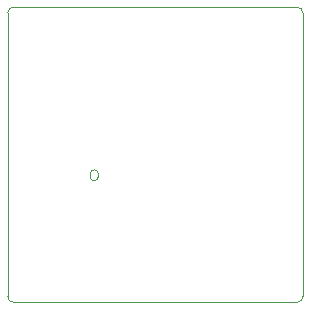
<source format=gbr>
%TF.GenerationSoftware,KiCad,Pcbnew,(5.1.7)-1*%
%TF.CreationDate,2021-02-12T20:28:04+00:00*%
%TF.ProjectId,Small Camera Adapter,536d616c-6c20-4436-916d-657261204164,rev?*%
%TF.SameCoordinates,Original*%
%TF.FileFunction,Profile,NP*%
%FSLAX46Y46*%
G04 Gerber Fmt 4.6, Leading zero omitted, Abs format (unit mm)*
G04 Created by KiCad (PCBNEW (5.1.7)-1) date 2021-02-12 20:28:04*
%MOMM*%
%LPD*%
G01*
G04 APERTURE LIST*
%TA.AperFunction,Profile*%
%ADD10C,0.050000*%
%TD*%
%TA.AperFunction,Profile*%
%ADD11C,0.100000*%
%TD*%
G04 APERTURE END LIST*
D10*
X153000000Y-75500000D02*
G75*
G02*
X152500000Y-75000000I0J500000D01*
G01*
X177500000Y-75000000D02*
G75*
G02*
X177000000Y-75500000I-500000J0D01*
G01*
X177000000Y-50500000D02*
G75*
G02*
X177500000Y-51000000I0J-500000D01*
G01*
X152500000Y-51000000D02*
G75*
G02*
X153000000Y-50500000I500000J0D01*
G01*
X152500000Y-75000000D02*
X152500000Y-51000000D01*
X177000000Y-75500000D02*
X153000000Y-75500000D01*
X177500000Y-51000000D02*
X177500000Y-75000000D01*
X153000000Y-50500000D02*
X177000000Y-50500000D01*
D11*
%TO.C,J2*%
X159500000Y-64900000D02*
X159500000Y-64600000D01*
X160150000Y-64600000D02*
X160150000Y-64900000D01*
X159825000Y-64275000D02*
G75*
G02*
X160150000Y-64600000I0J-325000D01*
G01*
X159500000Y-64600000D02*
G75*
G02*
X159825000Y-64275000I325000J0D01*
G01*
X159825000Y-65225000D02*
G75*
G02*
X159500000Y-64900000I0J325000D01*
G01*
X160150000Y-64900000D02*
G75*
G02*
X159825000Y-65225000I-325000J0D01*
G01*
%TD*%
M02*

</source>
